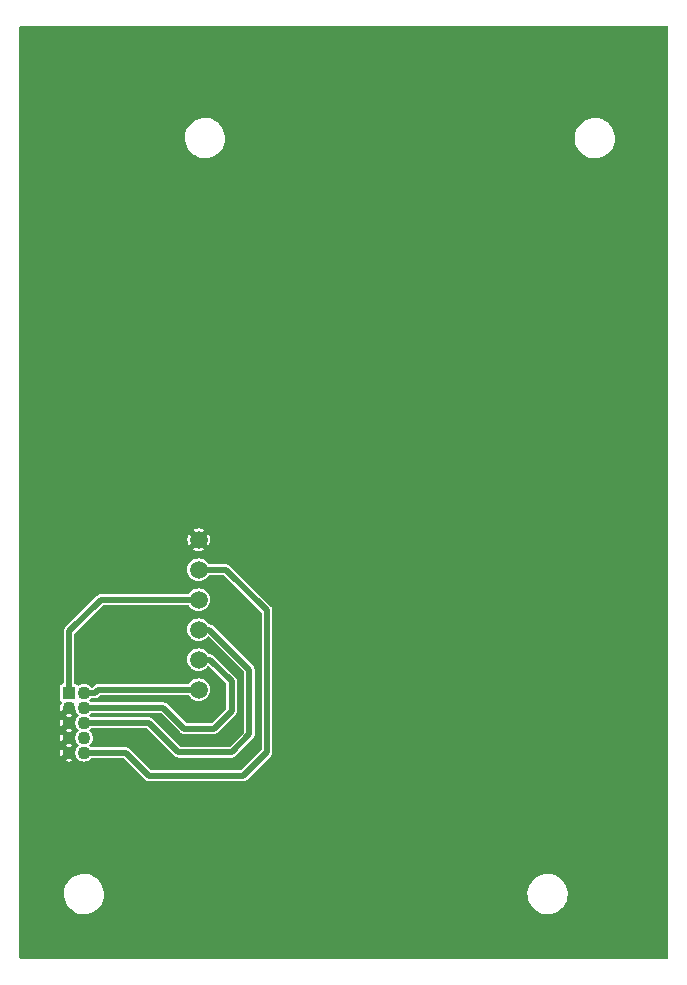
<source format=gbr>
G04 #@! TF.GenerationSoftware,KiCad,Pcbnew,7.0.10*
G04 #@! TF.CreationDate,2024-02-16T13:27:10-05:00*
G04 #@! TF.ProjectId,Tympan nRF52 Programmer,54796d70-616e-4206-9e52-463532205072,rev?*
G04 #@! TF.SameCoordinates,Original*
G04 #@! TF.FileFunction,Copper,L1,Top*
G04 #@! TF.FilePolarity,Positive*
%FSLAX46Y46*%
G04 Gerber Fmt 4.6, Leading zero omitted, Abs format (unit mm)*
G04 Created by KiCad (PCBNEW 7.0.10) date 2024-02-16 13:27:10*
%MOMM*%
%LPD*%
G01*
G04 APERTURE LIST*
G04 #@! TA.AperFunction,ComponentPad*
%ADD10C,1.500000*%
G04 #@! TD*
G04 #@! TA.AperFunction,ComponentPad*
%ADD11R,1.090000X1.090000*%
G04 #@! TD*
G04 #@! TA.AperFunction,ComponentPad*
%ADD12C,1.090000*%
G04 #@! TD*
G04 #@! TA.AperFunction,Conductor*
%ADD13C,0.500000*%
G04 #@! TD*
G04 APERTURE END LIST*
D10*
X136600000Y-100700000D03*
X136600000Y-103240000D03*
X136600000Y-105780000D03*
X136600000Y-108320000D03*
X136600000Y-110860000D03*
X136600000Y-113400000D03*
D11*
X125630000Y-113660000D03*
D12*
X126900000Y-113660000D03*
X125630000Y-114930000D03*
X126900000Y-114930000D03*
X125630000Y-116200000D03*
X126900000Y-116200000D03*
X125630000Y-117470000D03*
X126900000Y-117470000D03*
X125630000Y-118740000D03*
X126900000Y-118740000D03*
D13*
X125630000Y-113660000D02*
X125630000Y-108470000D01*
X125630000Y-108470000D02*
X128320000Y-105780000D01*
X128320000Y-105780000D02*
X136600000Y-105780000D01*
X126900000Y-113660000D02*
X126940000Y-113700000D01*
X127800000Y-113700000D02*
X128100000Y-113400000D01*
X128100000Y-113400000D02*
X136600000Y-113400000D01*
X126940000Y-113700000D02*
X127800000Y-113700000D01*
X126900000Y-114930000D02*
X133630000Y-114930000D01*
X133630000Y-114930000D02*
X135400000Y-116700000D01*
X135400000Y-116700000D02*
X137900000Y-116700000D01*
X137900000Y-116700000D02*
X139400000Y-115200000D01*
X139400000Y-115200000D02*
X139400000Y-112700000D01*
X139400000Y-112700000D02*
X137560000Y-110860000D01*
X137560000Y-110860000D02*
X136600000Y-110860000D01*
X132400000Y-116200000D02*
X134900000Y-118700000D01*
X134900000Y-118700000D02*
X139400000Y-118700000D01*
X126900000Y-116200000D02*
X132400000Y-116200000D01*
X139400000Y-118700000D02*
X140900000Y-117200000D01*
X140900000Y-117200000D02*
X140900000Y-111700000D01*
X140900000Y-111700000D02*
X137520000Y-108320000D01*
X137520000Y-108320000D02*
X136600000Y-108320000D01*
X126900000Y-118740000D02*
X130440000Y-118740000D01*
X140400000Y-120700000D02*
X142400000Y-118700000D01*
X130440000Y-118740000D02*
X132400000Y-120700000D01*
X132400000Y-120700000D02*
X140400000Y-120700000D01*
X138940000Y-103240000D02*
X136600000Y-103240000D01*
X142400000Y-118700000D02*
X142400000Y-106700000D01*
X142400000Y-106700000D02*
X138940000Y-103240000D01*
G04 #@! TA.AperFunction,Conductor*
G36*
X126162357Y-117648803D02*
G01*
X126185798Y-117686109D01*
X126224078Y-117795507D01*
X126224078Y-117795508D01*
X126313454Y-117937749D01*
X126313457Y-117937753D01*
X126410702Y-118034998D01*
X126438478Y-118089513D01*
X126428907Y-118149945D01*
X126410703Y-118175000D01*
X126355111Y-118230593D01*
X126313454Y-118272250D01*
X126224077Y-118414492D01*
X126185798Y-118523888D01*
X126162358Y-118561193D01*
X126002868Y-118720683D01*
X126003835Y-118709023D01*
X125973521Y-118589318D01*
X125905982Y-118485941D01*
X125808535Y-118410095D01*
X125691742Y-118370000D01*
X125646444Y-118370000D01*
X125911446Y-118104999D01*
X125646447Y-117840000D01*
X125660658Y-117840000D01*
X125751800Y-117824791D01*
X125860401Y-117766019D01*
X125944035Y-117675169D01*
X125993638Y-117562086D01*
X125999912Y-117486358D01*
X126162357Y-117648803D01*
G37*
G04 #@! TD.AperFunction*
G04 #@! TA.AperFunction,Conductor*
G36*
X126162357Y-116378803D02*
G01*
X126185798Y-116416109D01*
X126224078Y-116525507D01*
X126224078Y-116525508D01*
X126302616Y-116650500D01*
X126313457Y-116667753D01*
X126410702Y-116764998D01*
X126438478Y-116819513D01*
X126428907Y-116879945D01*
X126410703Y-116905000D01*
X126348310Y-116967394D01*
X126313454Y-117002250D01*
X126224077Y-117144492D01*
X126185798Y-117253888D01*
X126162358Y-117291193D01*
X126002868Y-117450683D01*
X126003835Y-117439023D01*
X125973521Y-117319318D01*
X125905982Y-117215941D01*
X125808535Y-117140095D01*
X125691742Y-117100000D01*
X125646444Y-117100000D01*
X125911446Y-116834999D01*
X125646447Y-116570000D01*
X125660658Y-116570000D01*
X125751800Y-116554791D01*
X125860401Y-116496019D01*
X125944035Y-116405169D01*
X125993638Y-116292086D01*
X125999912Y-116216358D01*
X126162357Y-116378803D01*
G37*
G04 #@! TD.AperFunction*
G04 #@! TA.AperFunction,Conductor*
G36*
X126162357Y-115108804D02*
G01*
X126185798Y-115146110D01*
X126224078Y-115255507D01*
X126224078Y-115255508D01*
X126313454Y-115397749D01*
X126313457Y-115397753D01*
X126410702Y-115494998D01*
X126438478Y-115549513D01*
X126428907Y-115609945D01*
X126410703Y-115635000D01*
X126325200Y-115720504D01*
X126313454Y-115732250D01*
X126224077Y-115874492D01*
X126185798Y-115983888D01*
X126162358Y-116021193D01*
X126002868Y-116180683D01*
X126003835Y-116169023D01*
X125973521Y-116049318D01*
X125905982Y-115945941D01*
X125808535Y-115870095D01*
X125691742Y-115830000D01*
X125646444Y-115830000D01*
X125911446Y-115564999D01*
X125646447Y-115300000D01*
X125660658Y-115300000D01*
X125751800Y-115284791D01*
X125860401Y-115226019D01*
X125944035Y-115135169D01*
X125993638Y-115022086D01*
X125999912Y-114946360D01*
X126162357Y-115108804D01*
G37*
G04 #@! TD.AperFunction*
G04 #@! TA.AperFunction,Conductor*
G36*
X176333691Y-57244407D02*
G01*
X176369655Y-57293907D01*
X176374500Y-57324500D01*
X176374500Y-136075500D01*
X176355593Y-136133691D01*
X176306093Y-136169655D01*
X176275500Y-136174500D01*
X121524500Y-136174500D01*
X121466309Y-136155593D01*
X121430345Y-136106093D01*
X121425500Y-136075500D01*
X121425500Y-130634678D01*
X125195747Y-130634678D01*
X125205748Y-130895593D01*
X125255461Y-131151925D01*
X125343723Y-131397673D01*
X125468459Y-131627058D01*
X125468460Y-131627059D01*
X125549915Y-131733918D01*
X125626750Y-131834716D01*
X125814886Y-132015778D01*
X125814889Y-132015780D01*
X125814891Y-132015782D01*
X126028453Y-132165997D01*
X126028464Y-132166004D01*
X126262448Y-132281857D01*
X126262450Y-132281857D01*
X126262453Y-132281859D01*
X126511395Y-132360641D01*
X126769445Y-132400500D01*
X126769448Y-132400500D01*
X126965171Y-132400500D01*
X126965177Y-132400500D01*
X127005575Y-132397398D01*
X127160335Y-132385517D01*
X127160338Y-132385516D01*
X127160344Y-132385516D01*
X127414586Y-132326021D01*
X127656766Y-132228414D01*
X127761753Y-132165999D01*
X127881208Y-132094982D01*
X128082644Y-131928859D01*
X128082646Y-131928856D01*
X128082652Y-131928852D01*
X128256375Y-131733920D01*
X128398306Y-131514753D01*
X128505118Y-131276489D01*
X128574307Y-131024713D01*
X128604252Y-130765325D01*
X128599244Y-130634678D01*
X164445747Y-130634678D01*
X164455748Y-130895593D01*
X164505461Y-131151925D01*
X164593723Y-131397673D01*
X164718459Y-131627058D01*
X164718460Y-131627059D01*
X164799915Y-131733918D01*
X164876750Y-131834716D01*
X165064886Y-132015778D01*
X165064889Y-132015780D01*
X165064891Y-132015782D01*
X165278453Y-132165997D01*
X165278464Y-132166004D01*
X165512448Y-132281857D01*
X165512450Y-132281857D01*
X165512453Y-132281859D01*
X165761395Y-132360641D01*
X166019445Y-132400500D01*
X166019448Y-132400500D01*
X166215171Y-132400500D01*
X166215177Y-132400500D01*
X166255575Y-132397398D01*
X166410335Y-132385517D01*
X166410338Y-132385516D01*
X166410344Y-132385516D01*
X166664586Y-132326021D01*
X166906766Y-132228414D01*
X167011753Y-132165999D01*
X167131208Y-132094982D01*
X167332644Y-131928859D01*
X167332646Y-131928856D01*
X167332652Y-131928852D01*
X167506375Y-131733920D01*
X167648306Y-131514753D01*
X167755118Y-131276489D01*
X167824307Y-131024713D01*
X167854252Y-130765325D01*
X167844251Y-130504407D01*
X167794538Y-130248073D01*
X167706279Y-130002332D01*
X167581541Y-129772943D01*
X167581540Y-129772941D01*
X167581539Y-129772940D01*
X167423256Y-129565292D01*
X167423251Y-129565285D01*
X167325436Y-129471148D01*
X167235114Y-129384222D01*
X167235111Y-129384219D01*
X167235108Y-129384217D01*
X167021546Y-129234002D01*
X167021535Y-129233995D01*
X166787551Y-129118142D01*
X166787548Y-129118141D01*
X166538609Y-129039360D01*
X166538607Y-129039359D01*
X166538605Y-129039359D01*
X166280555Y-128999500D01*
X166084823Y-128999500D01*
X166084818Y-128999500D01*
X166084797Y-128999501D01*
X165889664Y-129014482D01*
X165889658Y-129014483D01*
X165635416Y-129073978D01*
X165393226Y-129171589D01*
X165168791Y-129305017D01*
X164967355Y-129471140D01*
X164967347Y-129471148D01*
X164793624Y-129666081D01*
X164651693Y-129885247D01*
X164544881Y-130123512D01*
X164544878Y-130123520D01*
X164475693Y-130375284D01*
X164445748Y-130634675D01*
X164445747Y-130634678D01*
X128599244Y-130634678D01*
X128594251Y-130504407D01*
X128544538Y-130248073D01*
X128456279Y-130002332D01*
X128331541Y-129772943D01*
X128331540Y-129772941D01*
X128331539Y-129772940D01*
X128173256Y-129565292D01*
X128173251Y-129565285D01*
X128075436Y-129471148D01*
X127985114Y-129384222D01*
X127985111Y-129384219D01*
X127985108Y-129384217D01*
X127771546Y-129234002D01*
X127771535Y-129233995D01*
X127537551Y-129118142D01*
X127537548Y-129118141D01*
X127288609Y-129039360D01*
X127288607Y-129039359D01*
X127288605Y-129039359D01*
X127030555Y-128999500D01*
X126834823Y-128999500D01*
X126834818Y-128999500D01*
X126834797Y-128999501D01*
X126639664Y-129014482D01*
X126639658Y-129014483D01*
X126385416Y-129073978D01*
X126143226Y-129171589D01*
X125918791Y-129305017D01*
X125717355Y-129471140D01*
X125717347Y-129471148D01*
X125543624Y-129666081D01*
X125401693Y-129885247D01*
X125294881Y-130123512D01*
X125294878Y-130123520D01*
X125225693Y-130375284D01*
X125195748Y-130634675D01*
X125195747Y-130634678D01*
X121425500Y-130634678D01*
X121425500Y-118740004D01*
X124880286Y-118740004D01*
X124899081Y-118906821D01*
X124899084Y-118906833D01*
X124953655Y-119062788D01*
X124953656Y-119062788D01*
X125257131Y-118759313D01*
X125256165Y-118770977D01*
X125286479Y-118890682D01*
X125354018Y-118994059D01*
X125451465Y-119069905D01*
X125568258Y-119110000D01*
X125613553Y-119110000D01*
X125307210Y-119416343D01*
X125307209Y-119416343D01*
X125463166Y-119470915D01*
X125463178Y-119470918D01*
X125629996Y-119489714D01*
X125630004Y-119489714D01*
X125796821Y-119470918D01*
X125796833Y-119470915D01*
X125952788Y-119416343D01*
X125952789Y-119416343D01*
X125646447Y-119110000D01*
X125660658Y-119110000D01*
X125751800Y-119094791D01*
X125860401Y-119036019D01*
X125944035Y-118945169D01*
X125993638Y-118832086D01*
X125999912Y-118756358D01*
X126162357Y-118918803D01*
X126185798Y-118956109D01*
X126224078Y-119065507D01*
X126224078Y-119065508D01*
X126302616Y-119190500D01*
X126313457Y-119207753D01*
X126432247Y-119326543D01*
X126574493Y-119415922D01*
X126637989Y-119438140D01*
X126733054Y-119471405D01*
X126733058Y-119471406D01*
X126733061Y-119471407D01*
X126733062Y-119471407D01*
X126733066Y-119471408D01*
X126899996Y-119490217D01*
X126900000Y-119490217D01*
X126900004Y-119490217D01*
X127066933Y-119471408D01*
X127066935Y-119471407D01*
X127066939Y-119471407D01*
X127068337Y-119470918D01*
X127081291Y-119466384D01*
X127225507Y-119415922D01*
X127367753Y-119326543D01*
X127474801Y-119219494D01*
X127529316Y-119191719D01*
X127544803Y-119190500D01*
X130212388Y-119190500D01*
X130270579Y-119209407D01*
X130282392Y-119219496D01*
X132059629Y-120996732D01*
X132067025Y-121005009D01*
X132090121Y-121033970D01*
X132123844Y-121056962D01*
X132137745Y-121066440D01*
X132140757Y-121068577D01*
X132187118Y-121102793D01*
X132187121Y-121102794D01*
X132193677Y-121106259D01*
X132193469Y-121106651D01*
X132195450Y-121107651D01*
X132195643Y-121107253D01*
X132202327Y-121110472D01*
X132257407Y-121127461D01*
X132260909Y-121128613D01*
X132315301Y-121147646D01*
X132315302Y-121147646D01*
X132322593Y-121149026D01*
X132322510Y-121149460D01*
X132324697Y-121149831D01*
X132324763Y-121149394D01*
X132332096Y-121150499D01*
X132332098Y-121150500D01*
X132389700Y-121150500D01*
X132393402Y-121150569D01*
X132394768Y-121150620D01*
X132451010Y-121152725D01*
X132451016Y-121152723D01*
X132458384Y-121151894D01*
X132458433Y-121152332D01*
X132472347Y-121150500D01*
X140369136Y-121150500D01*
X140380219Y-121151122D01*
X140382595Y-121151389D01*
X140417035Y-121155270D01*
X140473684Y-121144550D01*
X140477267Y-121143941D01*
X140534287Y-121135348D01*
X140534296Y-121135343D01*
X140541381Y-121133159D01*
X140541512Y-121133584D01*
X140543613Y-121132892D01*
X140543467Y-121132473D01*
X140550463Y-121130024D01*
X140550472Y-121130023D01*
X140601444Y-121103082D01*
X140604740Y-121101419D01*
X140614677Y-121096633D01*
X140656642Y-121076425D01*
X140656646Y-121076421D01*
X140662778Y-121072242D01*
X140663028Y-121072609D01*
X140664832Y-121071329D01*
X140664568Y-121070971D01*
X140670525Y-121066572D01*
X140670538Y-121066566D01*
X140711316Y-121025786D01*
X140713927Y-121023271D01*
X140756194Y-120984055D01*
X140756197Y-120984048D01*
X140760820Y-120978253D01*
X140761166Y-120978529D01*
X140769703Y-120967399D01*
X142696743Y-119040358D01*
X142705003Y-119032978D01*
X142733970Y-119009879D01*
X142766457Y-118962227D01*
X142768559Y-118959266D01*
X142802793Y-118912882D01*
X142802795Y-118912876D01*
X142806263Y-118906316D01*
X142806655Y-118906523D01*
X142807651Y-118904550D01*
X142807252Y-118904358D01*
X142810472Y-118897672D01*
X142812628Y-118890682D01*
X142827477Y-118842538D01*
X142828595Y-118839138D01*
X142847646Y-118784699D01*
X142847646Y-118784694D01*
X142849026Y-118777407D01*
X142849460Y-118777489D01*
X142849832Y-118775303D01*
X142849394Y-118775237D01*
X142850500Y-118767900D01*
X142850500Y-118710283D01*
X142850569Y-118706582D01*
X142850570Y-118706553D01*
X142852724Y-118648990D01*
X142852722Y-118648982D01*
X142851893Y-118641618D01*
X142852331Y-118641568D01*
X142850500Y-118627657D01*
X142850500Y-106730862D01*
X142851122Y-106719779D01*
X142855270Y-106682965D01*
X142844552Y-106626319D01*
X142843934Y-106622678D01*
X142835348Y-106565713D01*
X142835346Y-106565709D01*
X142833160Y-106558619D01*
X142833582Y-106558488D01*
X142832892Y-106556390D01*
X142832476Y-106556536D01*
X142830024Y-106549529D01*
X142830024Y-106549528D01*
X142803066Y-106498523D01*
X142801427Y-106495276D01*
X142776425Y-106443358D01*
X142776423Y-106443356D01*
X142772247Y-106437230D01*
X142772610Y-106436982D01*
X142771324Y-106435168D01*
X142770970Y-106435430D01*
X142766567Y-106429465D01*
X142766566Y-106429462D01*
X142766563Y-106429459D01*
X142725799Y-106388694D01*
X142723230Y-106386027D01*
X142684059Y-106343810D01*
X142684057Y-106343809D01*
X142684055Y-106343806D01*
X142684051Y-106343803D01*
X142678259Y-106339185D01*
X142678533Y-106338840D01*
X142667400Y-106330296D01*
X139280366Y-102943263D01*
X139272978Y-102934995D01*
X139249879Y-102906030D01*
X139202258Y-102873562D01*
X139199241Y-102871421D01*
X139152881Y-102837206D01*
X139146322Y-102833740D01*
X139146526Y-102833352D01*
X139144544Y-102832352D01*
X139144355Y-102832746D01*
X139137670Y-102829526D01*
X139082596Y-102812538D01*
X139079082Y-102811382D01*
X139024702Y-102792355D01*
X139024701Y-102792354D01*
X139024699Y-102792354D01*
X139024696Y-102792353D01*
X139017414Y-102790976D01*
X139017495Y-102790544D01*
X139015302Y-102790171D01*
X139015237Y-102790605D01*
X139007903Y-102789500D01*
X139007902Y-102789500D01*
X138950284Y-102789500D01*
X138946583Y-102789431D01*
X138911198Y-102788107D01*
X138888990Y-102787276D01*
X138888989Y-102787276D01*
X138881615Y-102788107D01*
X138881565Y-102787668D01*
X138867656Y-102789500D01*
X137496302Y-102789500D01*
X137438111Y-102770593D01*
X137408992Y-102737168D01*
X137394140Y-102709382D01*
X137394138Y-102709380D01*
X137394136Y-102709375D01*
X137330755Y-102632145D01*
X137275361Y-102564647D01*
X137275352Y-102564638D01*
X137190978Y-102495395D01*
X137130625Y-102445864D01*
X137130622Y-102445862D01*
X137130617Y-102445859D01*
X136965506Y-102357606D01*
X136965504Y-102357605D01*
X136786328Y-102303252D01*
X136786325Y-102303251D01*
X136600004Y-102284901D01*
X136599996Y-102284901D01*
X136413674Y-102303251D01*
X136413671Y-102303252D01*
X136234495Y-102357605D01*
X136234493Y-102357606D01*
X136069382Y-102445859D01*
X136069376Y-102445863D01*
X135924647Y-102564638D01*
X135924638Y-102564647D01*
X135805863Y-102709376D01*
X135805859Y-102709382D01*
X135717606Y-102874493D01*
X135717605Y-102874495D01*
X135663252Y-103053671D01*
X135663251Y-103053674D01*
X135644901Y-103239995D01*
X135644901Y-103240004D01*
X135663251Y-103426325D01*
X135663252Y-103426328D01*
X135717605Y-103605504D01*
X135717606Y-103605506D01*
X135805859Y-103770617D01*
X135805862Y-103770622D01*
X135805864Y-103770625D01*
X135855395Y-103830978D01*
X135924638Y-103915352D01*
X135924647Y-103915361D01*
X135992145Y-103970755D01*
X136069375Y-104034136D01*
X136234499Y-104122396D01*
X136413669Y-104176747D01*
X136413671Y-104176747D01*
X136413674Y-104176748D01*
X136599996Y-104195099D01*
X136600000Y-104195099D01*
X136600004Y-104195099D01*
X136786325Y-104176748D01*
X136786326Y-104176747D01*
X136786331Y-104176747D01*
X136965501Y-104122396D01*
X137130625Y-104034136D01*
X137275357Y-103915357D01*
X137394136Y-103770625D01*
X137398948Y-103761620D01*
X137408992Y-103742832D01*
X137453097Y-103700425D01*
X137496302Y-103690500D01*
X138712388Y-103690500D01*
X138770579Y-103709407D01*
X138782392Y-103719496D01*
X141920504Y-106857607D01*
X141948281Y-106912124D01*
X141949500Y-106927611D01*
X141949500Y-118472389D01*
X141930593Y-118530580D01*
X141920504Y-118542393D01*
X140242393Y-120220504D01*
X140187876Y-120248281D01*
X140172389Y-120249500D01*
X132627611Y-120249500D01*
X132569420Y-120230593D01*
X132557607Y-120220504D01*
X130780366Y-118443263D01*
X130772978Y-118434995D01*
X130749879Y-118406030D01*
X130702258Y-118373562D01*
X130699241Y-118371421D01*
X130652881Y-118337206D01*
X130646322Y-118333740D01*
X130646526Y-118333352D01*
X130644544Y-118332352D01*
X130644355Y-118332746D01*
X130637670Y-118329526D01*
X130582596Y-118312538D01*
X130579082Y-118311382D01*
X130524702Y-118292355D01*
X130524701Y-118292354D01*
X130524699Y-118292354D01*
X130524696Y-118292353D01*
X130517414Y-118290976D01*
X130517495Y-118290544D01*
X130515302Y-118290171D01*
X130515237Y-118290605D01*
X130507903Y-118289500D01*
X130507902Y-118289500D01*
X130450284Y-118289500D01*
X130446583Y-118289431D01*
X130411198Y-118288107D01*
X130388990Y-118287276D01*
X130388989Y-118287276D01*
X130381615Y-118288107D01*
X130381565Y-118287668D01*
X130367656Y-118289500D01*
X127544803Y-118289500D01*
X127486612Y-118270593D01*
X127474805Y-118260509D01*
X127389297Y-118175001D01*
X127361522Y-118120487D01*
X127371093Y-118060055D01*
X127389296Y-118034999D01*
X127486543Y-117937753D01*
X127575922Y-117795507D01*
X127631407Y-117636939D01*
X127631419Y-117636833D01*
X127650217Y-117470004D01*
X127650217Y-117469995D01*
X127631408Y-117303066D01*
X127631405Y-117303054D01*
X127608726Y-117238244D01*
X127575922Y-117144493D01*
X127569067Y-117133584D01*
X127486545Y-117002250D01*
X127486544Y-117002249D01*
X127486543Y-117002247D01*
X127389297Y-116905001D01*
X127361522Y-116850487D01*
X127371093Y-116790055D01*
X127389296Y-116764999D01*
X127474801Y-116679494D01*
X127529316Y-116651719D01*
X127544803Y-116650500D01*
X132172388Y-116650500D01*
X132230579Y-116669407D01*
X132242392Y-116679496D01*
X134559629Y-118996732D01*
X134567025Y-119005009D01*
X134570909Y-119009879D01*
X134590121Y-119033970D01*
X134623844Y-119056962D01*
X134637745Y-119066440D01*
X134640757Y-119068577D01*
X134687118Y-119102793D01*
X134687121Y-119102794D01*
X134693677Y-119106259D01*
X134693469Y-119106651D01*
X134695450Y-119107651D01*
X134695643Y-119107253D01*
X134702327Y-119110472D01*
X134757407Y-119127461D01*
X134760909Y-119128613D01*
X134805485Y-119144211D01*
X134815301Y-119147646D01*
X134822593Y-119149026D01*
X134822510Y-119149460D01*
X134824693Y-119149830D01*
X134824759Y-119149394D01*
X134832098Y-119150500D01*
X134889716Y-119150500D01*
X134893417Y-119150569D01*
X134895519Y-119150647D01*
X134951010Y-119152724D01*
X134951016Y-119152722D01*
X134958385Y-119151893D01*
X134958434Y-119152331D01*
X134972344Y-119150500D01*
X139369136Y-119150500D01*
X139380219Y-119151122D01*
X139382595Y-119151389D01*
X139417035Y-119155270D01*
X139473684Y-119144550D01*
X139477267Y-119143941D01*
X139534287Y-119135348D01*
X139534296Y-119135343D01*
X139541381Y-119133159D01*
X139541512Y-119133584D01*
X139543613Y-119132892D01*
X139543467Y-119132473D01*
X139550463Y-119130024D01*
X139550472Y-119130023D01*
X139601444Y-119103082D01*
X139604740Y-119101419D01*
X139621074Y-119093553D01*
X139656642Y-119076425D01*
X139656646Y-119076421D01*
X139662778Y-119072242D01*
X139663028Y-119072609D01*
X139664832Y-119071329D01*
X139664568Y-119070971D01*
X139670525Y-119066572D01*
X139670538Y-119066566D01*
X139711317Y-119025785D01*
X139713928Y-119023270D01*
X139756194Y-118984055D01*
X139756196Y-118984051D01*
X139760823Y-118978251D01*
X139761168Y-118978526D01*
X139769704Y-118967398D01*
X141196748Y-117540354D01*
X141205008Y-117532974D01*
X141233970Y-117509879D01*
X141266448Y-117462240D01*
X141268557Y-117459269D01*
X141302793Y-117412883D01*
X141302793Y-117412880D01*
X141306261Y-117406321D01*
X141306654Y-117406528D01*
X141307652Y-117404551D01*
X141307252Y-117404358D01*
X141310466Y-117397680D01*
X141310472Y-117397673D01*
X141327474Y-117342547D01*
X141328614Y-117339087D01*
X141335532Y-117319318D01*
X141347646Y-117284700D01*
X141347646Y-117284694D01*
X141349026Y-117277408D01*
X141349460Y-117277490D01*
X141349831Y-117275307D01*
X141349394Y-117275242D01*
X141350500Y-117267904D01*
X141350500Y-117210283D01*
X141350569Y-117206582D01*
X141350570Y-117206553D01*
X141352724Y-117148990D01*
X141352722Y-117148982D01*
X141351893Y-117141618D01*
X141352331Y-117141568D01*
X141350500Y-117127657D01*
X141350500Y-111730862D01*
X141351122Y-111719779D01*
X141355270Y-111682965D01*
X141344552Y-111626319D01*
X141343934Y-111622678D01*
X141335348Y-111565713D01*
X141335346Y-111565709D01*
X141333160Y-111558619D01*
X141333582Y-111558488D01*
X141332892Y-111556390D01*
X141332476Y-111556536D01*
X141330024Y-111549529D01*
X141330024Y-111549528D01*
X141303066Y-111498523D01*
X141301427Y-111495276D01*
X141276425Y-111443358D01*
X141276423Y-111443356D01*
X141272247Y-111437230D01*
X141272610Y-111436982D01*
X141271324Y-111435168D01*
X141270970Y-111435430D01*
X141266567Y-111429465D01*
X141266566Y-111429462D01*
X141246561Y-111409457D01*
X141225799Y-111388694D01*
X141223230Y-111386027D01*
X141184059Y-111343810D01*
X141184057Y-111343809D01*
X141184055Y-111343806D01*
X141184051Y-111343803D01*
X141178259Y-111339185D01*
X141178533Y-111338840D01*
X141167400Y-111330296D01*
X137860366Y-108023263D01*
X137852978Y-108014995D01*
X137829879Y-107986030D01*
X137782258Y-107953562D01*
X137779241Y-107951421D01*
X137732881Y-107917206D01*
X137726322Y-107913740D01*
X137726526Y-107913352D01*
X137724544Y-107912352D01*
X137724355Y-107912746D01*
X137717670Y-107909526D01*
X137662596Y-107892538D01*
X137659082Y-107891382D01*
X137604702Y-107872355D01*
X137604701Y-107872354D01*
X137604699Y-107872354D01*
X137604696Y-107872353D01*
X137597414Y-107870976D01*
X137597495Y-107870544D01*
X137595302Y-107870171D01*
X137595237Y-107870605D01*
X137587903Y-107869500D01*
X137587902Y-107869500D01*
X137530284Y-107869500D01*
X137526582Y-107869431D01*
X137523909Y-107869330D01*
X137491905Y-107868133D01*
X137434462Y-107847062D01*
X137408297Y-107815869D01*
X137394138Y-107789378D01*
X137394137Y-107789377D01*
X137394136Y-107789375D01*
X137330755Y-107712145D01*
X137275361Y-107644647D01*
X137275352Y-107644638D01*
X137190978Y-107575395D01*
X137130625Y-107525864D01*
X137130622Y-107525862D01*
X137130617Y-107525859D01*
X136965506Y-107437606D01*
X136965504Y-107437605D01*
X136786328Y-107383252D01*
X136786325Y-107383251D01*
X136600004Y-107364901D01*
X136599996Y-107364901D01*
X136413674Y-107383251D01*
X136413671Y-107383252D01*
X136234495Y-107437605D01*
X136234493Y-107437606D01*
X136069382Y-107525859D01*
X136069376Y-107525863D01*
X135924647Y-107644638D01*
X135924638Y-107644647D01*
X135805863Y-107789376D01*
X135805859Y-107789382D01*
X135717606Y-107954493D01*
X135717605Y-107954495D01*
X135663252Y-108133671D01*
X135663251Y-108133674D01*
X135644901Y-108319995D01*
X135644901Y-108320004D01*
X135663251Y-108506325D01*
X135663252Y-108506328D01*
X135717605Y-108685504D01*
X135717606Y-108685506D01*
X135805859Y-108850617D01*
X135805862Y-108850622D01*
X135805864Y-108850625D01*
X135842306Y-108895029D01*
X135924638Y-108995352D01*
X135924647Y-108995361D01*
X135992145Y-109050755D01*
X136069375Y-109114136D01*
X136234499Y-109202396D01*
X136413669Y-109256747D01*
X136413671Y-109256747D01*
X136413674Y-109256748D01*
X136599996Y-109275099D01*
X136600000Y-109275099D01*
X136600004Y-109275099D01*
X136786325Y-109256748D01*
X136786326Y-109256747D01*
X136786331Y-109256747D01*
X136965501Y-109202396D01*
X137130625Y-109114136D01*
X137275357Y-108995357D01*
X137333579Y-108924414D01*
X137385110Y-108891427D01*
X137446189Y-108895029D01*
X137480111Y-108917215D01*
X140420504Y-111857607D01*
X140448281Y-111912124D01*
X140449500Y-111927611D01*
X140449500Y-116972389D01*
X140430593Y-117030580D01*
X140420504Y-117042393D01*
X139242393Y-118220504D01*
X139187876Y-118248281D01*
X139172389Y-118249500D01*
X135127612Y-118249500D01*
X135069421Y-118230593D01*
X135057608Y-118220504D01*
X132740366Y-115903263D01*
X132732978Y-115894995D01*
X132709879Y-115866030D01*
X132662258Y-115833562D01*
X132659241Y-115831421D01*
X132612881Y-115797206D01*
X132606322Y-115793740D01*
X132606526Y-115793352D01*
X132604544Y-115792352D01*
X132604355Y-115792746D01*
X132597670Y-115789526D01*
X132542596Y-115772538D01*
X132539082Y-115771382D01*
X132484702Y-115752355D01*
X132484701Y-115752354D01*
X132484699Y-115752354D01*
X132484696Y-115752353D01*
X132477414Y-115750976D01*
X132477495Y-115750544D01*
X132475302Y-115750171D01*
X132475237Y-115750605D01*
X132467903Y-115749500D01*
X132467902Y-115749500D01*
X132410284Y-115749500D01*
X132406583Y-115749431D01*
X132371198Y-115748107D01*
X132348990Y-115747276D01*
X132348989Y-115747276D01*
X132341615Y-115748107D01*
X132341565Y-115747668D01*
X132327656Y-115749500D01*
X127544803Y-115749500D01*
X127486612Y-115730593D01*
X127474805Y-115720509D01*
X127389297Y-115635001D01*
X127361522Y-115580487D01*
X127371093Y-115520055D01*
X127389296Y-115494999D01*
X127474801Y-115409494D01*
X127529316Y-115381719D01*
X127544803Y-115380500D01*
X133402388Y-115380500D01*
X133460579Y-115399407D01*
X133472392Y-115409496D01*
X135059629Y-116996732D01*
X135067025Y-117005009D01*
X135090121Y-117033970D01*
X135123844Y-117056962D01*
X135137745Y-117066440D01*
X135140757Y-117068577D01*
X135187118Y-117102793D01*
X135187121Y-117102794D01*
X135193677Y-117106259D01*
X135193469Y-117106651D01*
X135195450Y-117107651D01*
X135195643Y-117107253D01*
X135202327Y-117110472D01*
X135257407Y-117127461D01*
X135260909Y-117128613D01*
X135306459Y-117144552D01*
X135315301Y-117147646D01*
X135322593Y-117149026D01*
X135322510Y-117149460D01*
X135324693Y-117149830D01*
X135324759Y-117149394D01*
X135332098Y-117150500D01*
X135389716Y-117150500D01*
X135393417Y-117150569D01*
X135395519Y-117150647D01*
X135451010Y-117152724D01*
X135451016Y-117152722D01*
X135458385Y-117151893D01*
X135458434Y-117152331D01*
X135472344Y-117150500D01*
X137869136Y-117150500D01*
X137880219Y-117151122D01*
X137882595Y-117151389D01*
X137917035Y-117155270D01*
X137973684Y-117144550D01*
X137977267Y-117143941D01*
X138034287Y-117135348D01*
X138034296Y-117135343D01*
X138041381Y-117133159D01*
X138041512Y-117133584D01*
X138043613Y-117132892D01*
X138043467Y-117132473D01*
X138050463Y-117130024D01*
X138050472Y-117130023D01*
X138101444Y-117103082D01*
X138104740Y-117101419D01*
X138114677Y-117096633D01*
X138156642Y-117076425D01*
X138156646Y-117076421D01*
X138162778Y-117072242D01*
X138163028Y-117072609D01*
X138164832Y-117071329D01*
X138164568Y-117070971D01*
X138170525Y-117066572D01*
X138170538Y-117066566D01*
X138211317Y-117025785D01*
X138213928Y-117023270D01*
X138256194Y-116984055D01*
X138256196Y-116984051D01*
X138260823Y-116978251D01*
X138261168Y-116978526D01*
X138269704Y-116967398D01*
X139696748Y-115540354D01*
X139705008Y-115532974D01*
X139733970Y-115509879D01*
X139766448Y-115462240D01*
X139768557Y-115459269D01*
X139802793Y-115412883D01*
X139802793Y-115412880D01*
X139806261Y-115406321D01*
X139806654Y-115406528D01*
X139807652Y-115404551D01*
X139807252Y-115404358D01*
X139810466Y-115397680D01*
X139810472Y-115397673D01*
X139827474Y-115342547D01*
X139828614Y-115339087D01*
X139847614Y-115284791D01*
X139847646Y-115284700D01*
X139847646Y-115284694D01*
X139849026Y-115277408D01*
X139849460Y-115277490D01*
X139849831Y-115275307D01*
X139849394Y-115275242D01*
X139850500Y-115267904D01*
X139850500Y-115210283D01*
X139850569Y-115206582D01*
X139850570Y-115206553D01*
X139852724Y-115148990D01*
X139852722Y-115148982D01*
X139851893Y-115141618D01*
X139852331Y-115141568D01*
X139850500Y-115127657D01*
X139850500Y-112730862D01*
X139851122Y-112719779D01*
X139855270Y-112682965D01*
X139844553Y-112626326D01*
X139843933Y-112622675D01*
X139841399Y-112605863D01*
X139835348Y-112565713D01*
X139835346Y-112565709D01*
X139833160Y-112558622D01*
X139833582Y-112558491D01*
X139832890Y-112556388D01*
X139832474Y-112556534D01*
X139830022Y-112549526D01*
X139813151Y-112517606D01*
X139803071Y-112498533D01*
X139801444Y-112495312D01*
X139776425Y-112443358D01*
X139776423Y-112443356D01*
X139772247Y-112437230D01*
X139772610Y-112436982D01*
X139771324Y-112435168D01*
X139770970Y-112435430D01*
X139766567Y-112429465D01*
X139766566Y-112429462D01*
X139766563Y-112429459D01*
X139725799Y-112388694D01*
X139723230Y-112386027D01*
X139684059Y-112343810D01*
X139684057Y-112343809D01*
X139684055Y-112343806D01*
X139684051Y-112343803D01*
X139678259Y-112339185D01*
X139678533Y-112338840D01*
X139667400Y-112330296D01*
X137900366Y-110563263D01*
X137892978Y-110554995D01*
X137869879Y-110526030D01*
X137822258Y-110493562D01*
X137819241Y-110491421D01*
X137772881Y-110457206D01*
X137766322Y-110453740D01*
X137766526Y-110453352D01*
X137764544Y-110452352D01*
X137764355Y-110452746D01*
X137757670Y-110449526D01*
X137702596Y-110432538D01*
X137699082Y-110431382D01*
X137644702Y-110412355D01*
X137644701Y-110412354D01*
X137644699Y-110412354D01*
X137644696Y-110412353D01*
X137637414Y-110410976D01*
X137637495Y-110410544D01*
X137635302Y-110410171D01*
X137635237Y-110410605D01*
X137627903Y-110409500D01*
X137627902Y-110409500D01*
X137570284Y-110409500D01*
X137566583Y-110409431D01*
X137558265Y-110409119D01*
X137508990Y-110407276D01*
X137508989Y-110407276D01*
X137508984Y-110407276D01*
X137506658Y-110407538D01*
X137504574Y-110407111D01*
X137501577Y-110406999D01*
X137501595Y-110406500D01*
X137446718Y-110395258D01*
X137408274Y-110355826D01*
X137394138Y-110329378D01*
X137394137Y-110329377D01*
X137394136Y-110329375D01*
X137330755Y-110252145D01*
X137275361Y-110184647D01*
X137275352Y-110184638D01*
X137190978Y-110115395D01*
X137130625Y-110065864D01*
X137130622Y-110065862D01*
X137130617Y-110065859D01*
X136965506Y-109977606D01*
X136965504Y-109977605D01*
X136786328Y-109923252D01*
X136786325Y-109923251D01*
X136600004Y-109904901D01*
X136599996Y-109904901D01*
X136413674Y-109923251D01*
X136413671Y-109923252D01*
X136234495Y-109977605D01*
X136234493Y-109977606D01*
X136069382Y-110065859D01*
X136069376Y-110065863D01*
X135924647Y-110184638D01*
X135924638Y-110184647D01*
X135805863Y-110329376D01*
X135805859Y-110329382D01*
X135717606Y-110494493D01*
X135717605Y-110494495D01*
X135663252Y-110673671D01*
X135663251Y-110673674D01*
X135644901Y-110859995D01*
X135644901Y-110860004D01*
X135663251Y-111046325D01*
X135663252Y-111046328D01*
X135717605Y-111225504D01*
X135717606Y-111225506D01*
X135805859Y-111390617D01*
X135805862Y-111390622D01*
X135805864Y-111390625D01*
X135844112Y-111437230D01*
X135924638Y-111535352D01*
X135924647Y-111535361D01*
X135992145Y-111590755D01*
X136069375Y-111654136D01*
X136069380Y-111654138D01*
X136069382Y-111654140D01*
X136192185Y-111719779D01*
X136234499Y-111742396D01*
X136413669Y-111796747D01*
X136413671Y-111796747D01*
X136413674Y-111796748D01*
X136599996Y-111815099D01*
X136600000Y-111815099D01*
X136600004Y-111815099D01*
X136786325Y-111796748D01*
X136786326Y-111796747D01*
X136786331Y-111796747D01*
X136965501Y-111742396D01*
X137130625Y-111654136D01*
X137275357Y-111535357D01*
X137351609Y-111442443D01*
X137403140Y-111409457D01*
X137464219Y-111413059D01*
X137498141Y-111435245D01*
X138920504Y-112857607D01*
X138948281Y-112912124D01*
X138949500Y-112927611D01*
X138949500Y-114972389D01*
X138930593Y-115030580D01*
X138920504Y-115042393D01*
X137742393Y-116220504D01*
X137687876Y-116248281D01*
X137672389Y-116249500D01*
X135627612Y-116249500D01*
X135569421Y-116230593D01*
X135557608Y-116220504D01*
X133970366Y-114633263D01*
X133962978Y-114624995D01*
X133939879Y-114596030D01*
X133892258Y-114563562D01*
X133889241Y-114561421D01*
X133842881Y-114527206D01*
X133836322Y-114523740D01*
X133836526Y-114523352D01*
X133834544Y-114522352D01*
X133834355Y-114522746D01*
X133827670Y-114519526D01*
X133772596Y-114502538D01*
X133769082Y-114501382D01*
X133714702Y-114482355D01*
X133714701Y-114482354D01*
X133714699Y-114482354D01*
X133714696Y-114482353D01*
X133707414Y-114480976D01*
X133707495Y-114480544D01*
X133705302Y-114480171D01*
X133705237Y-114480605D01*
X133697903Y-114479500D01*
X133697902Y-114479500D01*
X133640284Y-114479500D01*
X133636583Y-114479431D01*
X133601198Y-114478107D01*
X133578990Y-114477276D01*
X133578989Y-114477276D01*
X133571615Y-114478107D01*
X133571565Y-114477668D01*
X133557656Y-114479500D01*
X127544803Y-114479500D01*
X127486612Y-114460593D01*
X127474805Y-114450509D01*
X127389297Y-114365001D01*
X127361522Y-114310487D01*
X127371093Y-114250055D01*
X127389300Y-114224996D01*
X127434801Y-114179496D01*
X127489318Y-114151719D01*
X127504804Y-114150500D01*
X127769136Y-114150500D01*
X127780219Y-114151122D01*
X127782595Y-114151389D01*
X127817035Y-114155270D01*
X127873684Y-114144550D01*
X127877267Y-114143941D01*
X127934287Y-114135348D01*
X127934296Y-114135343D01*
X127941381Y-114133159D01*
X127941512Y-114133584D01*
X127943613Y-114132892D01*
X127943467Y-114132473D01*
X127950463Y-114130024D01*
X127950472Y-114130023D01*
X128001444Y-114103082D01*
X128004740Y-114101419D01*
X128014677Y-114096633D01*
X128056642Y-114076425D01*
X128056646Y-114076421D01*
X128062778Y-114072242D01*
X128063028Y-114072609D01*
X128064832Y-114071329D01*
X128064568Y-114070971D01*
X128070525Y-114066572D01*
X128070538Y-114066566D01*
X128111315Y-114025787D01*
X128113926Y-114023272D01*
X128156194Y-113984055D01*
X128156197Y-113984048D01*
X128160820Y-113978253D01*
X128161166Y-113978529D01*
X128169708Y-113967395D01*
X128257608Y-113879496D01*
X128312125Y-113851719D01*
X128327611Y-113850500D01*
X135703698Y-113850500D01*
X135761889Y-113869407D01*
X135791008Y-113902832D01*
X135805859Y-113930617D01*
X135805862Y-113930622D01*
X135805864Y-113930625D01*
X135845178Y-113978529D01*
X135924638Y-114075352D01*
X135924647Y-114075361D01*
X135957378Y-114102222D01*
X136069375Y-114194136D01*
X136069380Y-114194138D01*
X136069382Y-114194140D01*
X136234493Y-114282393D01*
X136234499Y-114282396D01*
X136413669Y-114336747D01*
X136413671Y-114336747D01*
X136413674Y-114336748D01*
X136599996Y-114355099D01*
X136600000Y-114355099D01*
X136600004Y-114355099D01*
X136786325Y-114336748D01*
X136786326Y-114336747D01*
X136786331Y-114336747D01*
X136965501Y-114282396D01*
X137130625Y-114194136D01*
X137275357Y-114075357D01*
X137394136Y-113930625D01*
X137482396Y-113765501D01*
X137536747Y-113586331D01*
X137555099Y-113400000D01*
X137555099Y-113399995D01*
X137536748Y-113213674D01*
X137536747Y-113213671D01*
X137536747Y-113213669D01*
X137482396Y-113034499D01*
X137482036Y-113033826D01*
X137394140Y-112869382D01*
X137394138Y-112869380D01*
X137394136Y-112869375D01*
X137280461Y-112730862D01*
X137275361Y-112724647D01*
X137275352Y-112724638D01*
X137190978Y-112655395D01*
X137130625Y-112605864D01*
X137130622Y-112605862D01*
X137130617Y-112605859D01*
X136965506Y-112517606D01*
X136965504Y-112517605D01*
X136897338Y-112496927D01*
X136786331Y-112463253D01*
X136786328Y-112463252D01*
X136786325Y-112463251D01*
X136600004Y-112444901D01*
X136599996Y-112444901D01*
X136413674Y-112463251D01*
X136413671Y-112463252D01*
X136234495Y-112517605D01*
X136234493Y-112517606D01*
X136069382Y-112605859D01*
X136069376Y-112605863D01*
X135924647Y-112724638D01*
X135924638Y-112724647D01*
X135805863Y-112869376D01*
X135805859Y-112869382D01*
X135791008Y-112897168D01*
X135746903Y-112939575D01*
X135703698Y-112949500D01*
X128130864Y-112949500D01*
X128119781Y-112948878D01*
X128082966Y-112944730D01*
X128082965Y-112944730D01*
X128061042Y-112948878D01*
X128026337Y-112955444D01*
X128022690Y-112956063D01*
X127965713Y-112964651D01*
X127958628Y-112966837D01*
X127958498Y-112966416D01*
X127956389Y-112967110D01*
X127956534Y-112967525D01*
X127949530Y-112969976D01*
X127949528Y-112969976D01*
X127949528Y-112969977D01*
X127948637Y-112970448D01*
X127898562Y-112996912D01*
X127895262Y-112998578D01*
X127843356Y-113023575D01*
X127837229Y-113027753D01*
X127836984Y-113027393D01*
X127835168Y-113028681D01*
X127835427Y-113029032D01*
X127829458Y-113033437D01*
X127788719Y-113074175D01*
X127786056Y-113076740D01*
X127743806Y-113115944D01*
X127739179Y-113121746D01*
X127738836Y-113121472D01*
X127730295Y-113132599D01*
X127645367Y-113217528D01*
X127590851Y-113245306D01*
X127530418Y-113235735D01*
X127491538Y-113200197D01*
X127486543Y-113192247D01*
X127367753Y-113073457D01*
X127367750Y-113073455D01*
X127367749Y-113073454D01*
X127225508Y-112984078D01*
X127066945Y-112928594D01*
X127066933Y-112928591D01*
X126900004Y-112909783D01*
X126899996Y-112909783D01*
X126733066Y-112928591D01*
X126733054Y-112928594D01*
X126574492Y-112984078D01*
X126574490Y-112984078D01*
X126482858Y-113041655D01*
X126423527Y-113056605D01*
X126366740Y-113033826D01*
X126347872Y-113012831D01*
X126319554Y-112970451D01*
X126319552Y-112970448D01*
X126319548Y-112970445D01*
X126253233Y-112926134D01*
X126253231Y-112926133D01*
X126253228Y-112926132D01*
X126253227Y-112926132D01*
X126194758Y-112914501D01*
X126194748Y-112914500D01*
X126194747Y-112914500D01*
X126179500Y-112914500D01*
X126121309Y-112895593D01*
X126085345Y-112846093D01*
X126080500Y-112815500D01*
X126080500Y-108697612D01*
X126099407Y-108639421D01*
X126109496Y-108627608D01*
X128477608Y-106259496D01*
X128532125Y-106231719D01*
X128547612Y-106230500D01*
X135703698Y-106230500D01*
X135761889Y-106249407D01*
X135791008Y-106282832D01*
X135805859Y-106310617D01*
X135805862Y-106310622D01*
X135805864Y-106310625D01*
X135855395Y-106370978D01*
X135924638Y-106455352D01*
X135924647Y-106455361D01*
X135973234Y-106495235D01*
X136069375Y-106574136D01*
X136234499Y-106662396D01*
X136413669Y-106716747D01*
X136413671Y-106716747D01*
X136413674Y-106716748D01*
X136599996Y-106735099D01*
X136600000Y-106735099D01*
X136600004Y-106735099D01*
X136786325Y-106716748D01*
X136786326Y-106716747D01*
X136786331Y-106716747D01*
X136965501Y-106662396D01*
X137130625Y-106574136D01*
X137275357Y-106455357D01*
X137394136Y-106310625D01*
X137482396Y-106145501D01*
X137536747Y-105966331D01*
X137555099Y-105780000D01*
X137555099Y-105779995D01*
X137536748Y-105593674D01*
X137536747Y-105593671D01*
X137536747Y-105593669D01*
X137482396Y-105414499D01*
X137479681Y-105409420D01*
X137394140Y-105249382D01*
X137394138Y-105249380D01*
X137394136Y-105249375D01*
X137330755Y-105172145D01*
X137275361Y-105104647D01*
X137275352Y-105104638D01*
X137190978Y-105035395D01*
X137130625Y-104985864D01*
X137130622Y-104985862D01*
X137130617Y-104985859D01*
X136965506Y-104897606D01*
X136965504Y-104897605D01*
X136786328Y-104843252D01*
X136786325Y-104843251D01*
X136600004Y-104824901D01*
X136599996Y-104824901D01*
X136413674Y-104843251D01*
X136413671Y-104843252D01*
X136234495Y-104897605D01*
X136234493Y-104897606D01*
X136069382Y-104985859D01*
X136069376Y-104985863D01*
X135924647Y-105104638D01*
X135924638Y-105104647D01*
X135805863Y-105249376D01*
X135805859Y-105249382D01*
X135791008Y-105277168D01*
X135746903Y-105319575D01*
X135703698Y-105329500D01*
X128350864Y-105329500D01*
X128339781Y-105328878D01*
X128302966Y-105324730D01*
X128302965Y-105324730D01*
X128281042Y-105328878D01*
X128246337Y-105335444D01*
X128242690Y-105336063D01*
X128185713Y-105344651D01*
X128178628Y-105346837D01*
X128178498Y-105346418D01*
X128176381Y-105347115D01*
X128176526Y-105347529D01*
X128169529Y-105349976D01*
X128169528Y-105349977D01*
X128169526Y-105349977D01*
X128169523Y-105349979D01*
X128118583Y-105376902D01*
X128115279Y-105378570D01*
X128063360Y-105403573D01*
X128057229Y-105407754D01*
X128056982Y-105407392D01*
X128055169Y-105408678D01*
X128055430Y-105409031D01*
X128049458Y-105413438D01*
X128008732Y-105454163D01*
X128006069Y-105456729D01*
X127963802Y-105495947D01*
X127959181Y-105501743D01*
X127958837Y-105501469D01*
X127950295Y-105512600D01*
X125333265Y-108129630D01*
X125324988Y-108137026D01*
X125296030Y-108160119D01*
X125296029Y-108160120D01*
X125263556Y-108207748D01*
X125261416Y-108210764D01*
X125227207Y-108257116D01*
X125223742Y-108263674D01*
X125223353Y-108263468D01*
X125222350Y-108265455D01*
X125222746Y-108265646D01*
X125219526Y-108272332D01*
X125202536Y-108327410D01*
X125201380Y-108330923D01*
X125182355Y-108385295D01*
X125180976Y-108392587D01*
X125180544Y-108392505D01*
X125180171Y-108394700D01*
X125180605Y-108394766D01*
X125179500Y-108402099D01*
X125179500Y-108459715D01*
X125179431Y-108463416D01*
X125177276Y-108521010D01*
X125178107Y-108528385D01*
X125177668Y-108528434D01*
X125179500Y-108542344D01*
X125179500Y-112815500D01*
X125160593Y-112873691D01*
X125111093Y-112909655D01*
X125080500Y-112914500D01*
X125065252Y-112914500D01*
X125065251Y-112914500D01*
X125065241Y-112914501D01*
X125006772Y-112926132D01*
X125006766Y-112926134D01*
X124940451Y-112970445D01*
X124940445Y-112970451D01*
X124896134Y-113036766D01*
X124896132Y-113036772D01*
X124884501Y-113095241D01*
X124884500Y-113095253D01*
X124884500Y-114224746D01*
X124884501Y-114224758D01*
X124896132Y-114283227D01*
X124896134Y-114283233D01*
X124936375Y-114343457D01*
X124940448Y-114349552D01*
X124940451Y-114349554D01*
X124983247Y-114378150D01*
X125021126Y-114426200D01*
X125023528Y-114487339D01*
X125012071Y-114513136D01*
X124954531Y-114604709D01*
X124954531Y-114604710D01*
X124899084Y-114763166D01*
X124899081Y-114763178D01*
X124880286Y-114929995D01*
X124880286Y-114930004D01*
X124899081Y-115096821D01*
X124899084Y-115096833D01*
X124953655Y-115252788D01*
X125257131Y-114949312D01*
X125256165Y-114960977D01*
X125286479Y-115080682D01*
X125354018Y-115184059D01*
X125451465Y-115259905D01*
X125568258Y-115300000D01*
X125613553Y-115300000D01*
X125348553Y-115565000D01*
X125613554Y-115830000D01*
X125599342Y-115830000D01*
X125508200Y-115845209D01*
X125399599Y-115903981D01*
X125315965Y-115994831D01*
X125266362Y-116107914D01*
X125260087Y-116183642D01*
X124953655Y-115877210D01*
X124899084Y-116033166D01*
X124899081Y-116033178D01*
X124880286Y-116199995D01*
X124880286Y-116200004D01*
X124899081Y-116366821D01*
X124899084Y-116366833D01*
X124953655Y-116522788D01*
X124953656Y-116522788D01*
X125257131Y-116219313D01*
X125256165Y-116230977D01*
X125286479Y-116350682D01*
X125354018Y-116454059D01*
X125451465Y-116529905D01*
X125568258Y-116570000D01*
X125613553Y-116570000D01*
X125348553Y-116835000D01*
X125613554Y-117100000D01*
X125599342Y-117100000D01*
X125508200Y-117115209D01*
X125399599Y-117173981D01*
X125315965Y-117264831D01*
X125266362Y-117377914D01*
X125260087Y-117453642D01*
X124953655Y-117147210D01*
X124899084Y-117303166D01*
X124899081Y-117303178D01*
X124880286Y-117469995D01*
X124880286Y-117470004D01*
X124899081Y-117636821D01*
X124899084Y-117636833D01*
X124953655Y-117792788D01*
X124953656Y-117792788D01*
X125257131Y-117489313D01*
X125256165Y-117500977D01*
X125286479Y-117620682D01*
X125354018Y-117724059D01*
X125451465Y-117799905D01*
X125568258Y-117840000D01*
X125613553Y-117840000D01*
X125348553Y-118105000D01*
X125613554Y-118370000D01*
X125599342Y-118370000D01*
X125508200Y-118385209D01*
X125399599Y-118443981D01*
X125315965Y-118534831D01*
X125266362Y-118647914D01*
X125260087Y-118723642D01*
X124953655Y-118417210D01*
X124899084Y-118573166D01*
X124899081Y-118573178D01*
X124880286Y-118739995D01*
X124880286Y-118740004D01*
X121425500Y-118740004D01*
X121425500Y-101525130D01*
X136128423Y-101525130D01*
X136234690Y-101581932D01*
X136413766Y-101636255D01*
X136413772Y-101636256D01*
X136599997Y-101654597D01*
X136600003Y-101654597D01*
X136786227Y-101636256D01*
X136786233Y-101636255D01*
X136965309Y-101581932D01*
X137071575Y-101525130D01*
X136599999Y-101053554D01*
X136128423Y-101525130D01*
X121425500Y-101525130D01*
X121425500Y-100700003D01*
X135645403Y-100700003D01*
X135663743Y-100886227D01*
X135663744Y-100886233D01*
X135718067Y-101065308D01*
X135774868Y-101171575D01*
X136246443Y-100700000D01*
X136319612Y-100700000D01*
X136340955Y-100807300D01*
X136401736Y-100898264D01*
X136492700Y-100959045D01*
X136572912Y-100975000D01*
X136627088Y-100975000D01*
X136707300Y-100959045D01*
X136798264Y-100898264D01*
X136859045Y-100807300D01*
X136880388Y-100700000D01*
X136880388Y-100699999D01*
X136953554Y-100699999D01*
X137425130Y-101171575D01*
X137481932Y-101065309D01*
X137536255Y-100886233D01*
X137536256Y-100886227D01*
X137554597Y-100700003D01*
X137554597Y-100699996D01*
X137536256Y-100513772D01*
X137536255Y-100513766D01*
X137481932Y-100334690D01*
X137425130Y-100228423D01*
X136953554Y-100699999D01*
X136880388Y-100699999D01*
X136859045Y-100592700D01*
X136798264Y-100501736D01*
X136707300Y-100440955D01*
X136627088Y-100425000D01*
X136572912Y-100425000D01*
X136492700Y-100440955D01*
X136401736Y-100501736D01*
X136340955Y-100592700D01*
X136319612Y-100700000D01*
X136246443Y-100700000D01*
X136246444Y-100699999D01*
X135774868Y-100228423D01*
X135718069Y-100334686D01*
X135718067Y-100334691D01*
X135663744Y-100513766D01*
X135663743Y-100513772D01*
X135645403Y-100699996D01*
X135645403Y-100700003D01*
X121425500Y-100700003D01*
X121425500Y-99874868D01*
X136128423Y-99874868D01*
X136599999Y-100346444D01*
X137071575Y-99874868D01*
X136965308Y-99818067D01*
X136786233Y-99763744D01*
X136786227Y-99763743D01*
X136600003Y-99745403D01*
X136599997Y-99745403D01*
X136413772Y-99763743D01*
X136413766Y-99763744D01*
X136234691Y-99818067D01*
X136234686Y-99818069D01*
X136128423Y-99874868D01*
X121425500Y-99874868D01*
X121425500Y-66634678D01*
X135445747Y-66634678D01*
X135455748Y-66895593D01*
X135505461Y-67151925D01*
X135593723Y-67397673D01*
X135718459Y-67627058D01*
X135718460Y-67627059D01*
X135799915Y-67733918D01*
X135876750Y-67834716D01*
X136064886Y-68015778D01*
X136064889Y-68015780D01*
X136064891Y-68015782D01*
X136278453Y-68165997D01*
X136278464Y-68166004D01*
X136512448Y-68281857D01*
X136512450Y-68281857D01*
X136512453Y-68281859D01*
X136761395Y-68360641D01*
X137019445Y-68400500D01*
X137019448Y-68400500D01*
X137215171Y-68400500D01*
X137215177Y-68400500D01*
X137255575Y-68397398D01*
X137410335Y-68385517D01*
X137410338Y-68385516D01*
X137410344Y-68385516D01*
X137664586Y-68326021D01*
X137906766Y-68228414D01*
X138011753Y-68165999D01*
X138131208Y-68094982D01*
X138332644Y-67928859D01*
X138332646Y-67928856D01*
X138332652Y-67928852D01*
X138506375Y-67733920D01*
X138648306Y-67514753D01*
X138755118Y-67276489D01*
X138824307Y-67024713D01*
X138854252Y-66765325D01*
X138849244Y-66634678D01*
X168445747Y-66634678D01*
X168455748Y-66895593D01*
X168505461Y-67151925D01*
X168593723Y-67397673D01*
X168718459Y-67627058D01*
X168718460Y-67627059D01*
X168799915Y-67733918D01*
X168876750Y-67834716D01*
X169064886Y-68015778D01*
X169064889Y-68015780D01*
X169064891Y-68015782D01*
X169278453Y-68165997D01*
X169278464Y-68166004D01*
X169512448Y-68281857D01*
X169512450Y-68281857D01*
X169512453Y-68281859D01*
X169761395Y-68360641D01*
X170019445Y-68400500D01*
X170019448Y-68400500D01*
X170215171Y-68400500D01*
X170215177Y-68400500D01*
X170255575Y-68397398D01*
X170410335Y-68385517D01*
X170410338Y-68385516D01*
X170410344Y-68385516D01*
X170664586Y-68326021D01*
X170906766Y-68228414D01*
X171011753Y-68165999D01*
X171131208Y-68094982D01*
X171332644Y-67928859D01*
X171332646Y-67928856D01*
X171332652Y-67928852D01*
X171506375Y-67733920D01*
X171648306Y-67514753D01*
X171755118Y-67276489D01*
X171824307Y-67024713D01*
X171854252Y-66765325D01*
X171844251Y-66504407D01*
X171794538Y-66248073D01*
X171706279Y-66002332D01*
X171581541Y-65772943D01*
X171581540Y-65772941D01*
X171581539Y-65772940D01*
X171423256Y-65565292D01*
X171423251Y-65565285D01*
X171325436Y-65471148D01*
X171235114Y-65384222D01*
X171235111Y-65384219D01*
X171235108Y-65384217D01*
X171021546Y-65234002D01*
X171021535Y-65233995D01*
X170787551Y-65118142D01*
X170787548Y-65118141D01*
X170538609Y-65039360D01*
X170538607Y-65039359D01*
X170538605Y-65039359D01*
X170280555Y-64999500D01*
X170084823Y-64999500D01*
X170084818Y-64999500D01*
X170084797Y-64999501D01*
X169889664Y-65014482D01*
X169889658Y-65014483D01*
X169635416Y-65073978D01*
X169393226Y-65171589D01*
X169168791Y-65305017D01*
X168967355Y-65471140D01*
X168967347Y-65471148D01*
X168793624Y-65666081D01*
X168651693Y-65885247D01*
X168544881Y-66123512D01*
X168544878Y-66123520D01*
X168475693Y-66375284D01*
X168445748Y-66634675D01*
X168445747Y-66634678D01*
X138849244Y-66634678D01*
X138844251Y-66504407D01*
X138794538Y-66248073D01*
X138706279Y-66002332D01*
X138581541Y-65772943D01*
X138581540Y-65772941D01*
X138581539Y-65772940D01*
X138423256Y-65565292D01*
X138423251Y-65565285D01*
X138325436Y-65471148D01*
X138235114Y-65384222D01*
X138235111Y-65384219D01*
X138235108Y-65384217D01*
X138021546Y-65234002D01*
X138021535Y-65233995D01*
X137787551Y-65118142D01*
X137787548Y-65118141D01*
X137538609Y-65039360D01*
X137538607Y-65039359D01*
X137538605Y-65039359D01*
X137280555Y-64999500D01*
X137084823Y-64999500D01*
X137084818Y-64999500D01*
X137084797Y-64999501D01*
X136889664Y-65014482D01*
X136889658Y-65014483D01*
X136635416Y-65073978D01*
X136393226Y-65171589D01*
X136168791Y-65305017D01*
X135967355Y-65471140D01*
X135967347Y-65471148D01*
X135793624Y-65666081D01*
X135651693Y-65885247D01*
X135544881Y-66123512D01*
X135544878Y-66123520D01*
X135475693Y-66375284D01*
X135445748Y-66634675D01*
X135445747Y-66634678D01*
X121425500Y-66634678D01*
X121425500Y-57324500D01*
X121444407Y-57266309D01*
X121493907Y-57230345D01*
X121524500Y-57225500D01*
X176275500Y-57225500D01*
X176333691Y-57244407D01*
G37*
G04 #@! TD.AperFunction*
M02*

</source>
